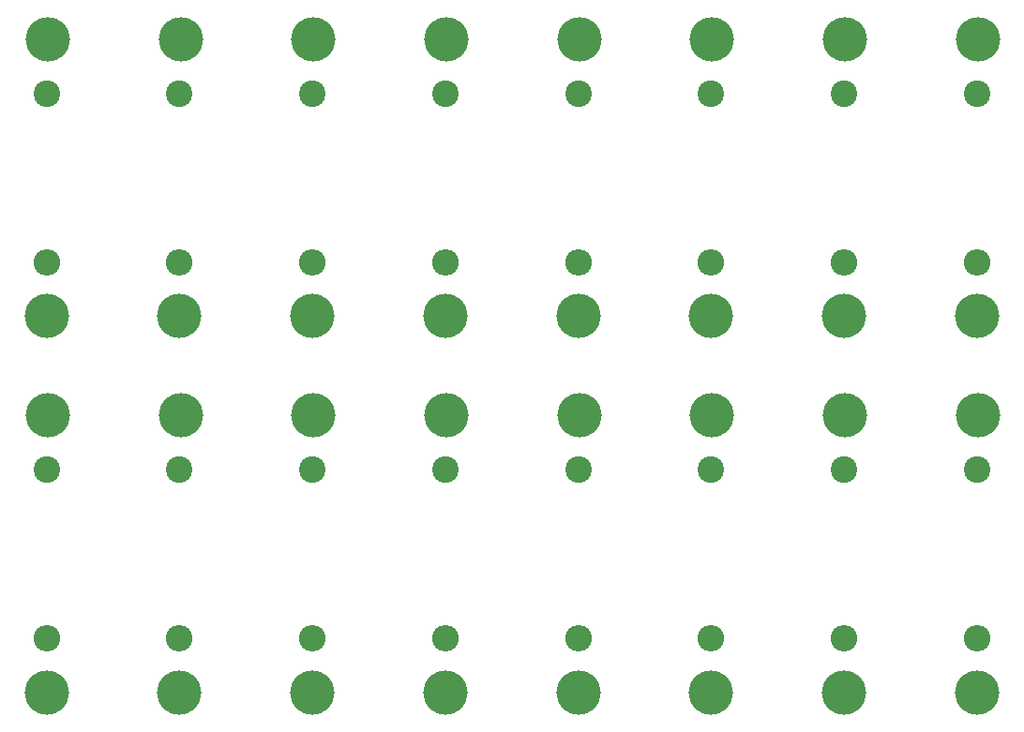
<source format=gbr>
%TF.GenerationSoftware,KiCad,Pcbnew,8.0.2*%
%TF.CreationDate,2024-06-26T14:53:40+07:00*%
%TF.ProjectId,Resistor_Panel,52657369-7374-46f7-925f-50616e656c2e,rev?*%
%TF.SameCoordinates,Original*%
%TF.FileFunction,Soldermask,Top*%
%TF.FilePolarity,Negative*%
%FSLAX46Y46*%
G04 Gerber Fmt 4.6, Leading zero omitted, Abs format (unit mm)*
G04 Created by KiCad (PCBNEW 8.0.2) date 2024-06-26 14:53:40*
%MOMM*%
%LPD*%
G01*
G04 APERTURE LIST*
%ADD10C,2.400000*%
%ADD11O,2.400000X2.400000*%
%ADD12C,4.000000*%
G04 APERTURE END LIST*
D10*
%TO.C,R1*%
X77000000Y-50460500D03*
D11*
X77000000Y-65700500D03*
%TD*%
D12*
%TO.C,J1*%
X29100000Y-45580500D03*
%TD*%
%TO.C,J1*%
X89100000Y-11580500D03*
%TD*%
D10*
%TO.C,R1*%
X41000000Y-50460500D03*
D11*
X41000000Y-65700500D03*
%TD*%
D12*
%TO.C,J2*%
X41000000Y-70580500D03*
%TD*%
D10*
%TO.C,R1*%
X65000000Y-16460500D03*
D11*
X65000000Y-31700500D03*
%TD*%
D12*
%TO.C,J1*%
X89100000Y-45580500D03*
%TD*%
%TO.C,J1*%
X53100000Y-11580500D03*
%TD*%
%TO.C,J2*%
X53000000Y-36580500D03*
%TD*%
%TO.C,J2*%
X77000000Y-70580500D03*
%TD*%
D10*
%TO.C,R1*%
X29000000Y-16460500D03*
D11*
X29000000Y-31700500D03*
%TD*%
D12*
%TO.C,J1*%
X41100000Y-11580500D03*
%TD*%
%TO.C,J2*%
X29000000Y-36580500D03*
%TD*%
%TO.C,J1*%
X53100000Y-45580500D03*
%TD*%
D10*
%TO.C,R1*%
X89000000Y-16460500D03*
D11*
X89000000Y-31700500D03*
%TD*%
D12*
%TO.C,J2*%
X65000000Y-36580500D03*
%TD*%
D10*
%TO.C,R1*%
X5000000Y-50460500D03*
D11*
X5000000Y-65700500D03*
%TD*%
D12*
%TO.C,J2*%
X77000000Y-36580500D03*
%TD*%
%TO.C,J1*%
X65100000Y-45580500D03*
%TD*%
D10*
%TO.C,R1*%
X5000000Y-16460500D03*
D11*
X5000000Y-31700500D03*
%TD*%
D12*
%TO.C,J1*%
X77100000Y-11580500D03*
%TD*%
%TO.C,J2*%
X65000000Y-70580500D03*
%TD*%
%TO.C,J1*%
X5100000Y-11580500D03*
%TD*%
D10*
%TO.C,R1*%
X29000000Y-50460500D03*
D11*
X29000000Y-65700500D03*
%TD*%
D12*
%TO.C,J1*%
X17100000Y-11580500D03*
%TD*%
%TO.C,J1*%
X29100000Y-11580500D03*
%TD*%
%TO.C,J1*%
X5100000Y-45580500D03*
%TD*%
%TO.C,J2*%
X17000000Y-70580500D03*
%TD*%
D10*
%TO.C,R1*%
X53000000Y-16460500D03*
D11*
X53000000Y-31700500D03*
%TD*%
D12*
%TO.C,J2*%
X89000000Y-36580500D03*
%TD*%
%TO.C,J2*%
X5000000Y-36580500D03*
%TD*%
%TO.C,J1*%
X65100000Y-11580500D03*
%TD*%
%TO.C,J1*%
X41100000Y-45580500D03*
%TD*%
D10*
%TO.C,R1*%
X65000000Y-50460500D03*
D11*
X65000000Y-65700500D03*
%TD*%
D12*
%TO.C,J2*%
X89000000Y-70580500D03*
%TD*%
%TO.C,J2*%
X5000000Y-70580500D03*
%TD*%
D10*
%TO.C,R1*%
X53000000Y-50460500D03*
D11*
X53000000Y-65700500D03*
%TD*%
D10*
%TO.C,R1*%
X41000000Y-16460500D03*
D11*
X41000000Y-31700500D03*
%TD*%
D10*
%TO.C,R1*%
X89000000Y-50460500D03*
D11*
X89000000Y-65700500D03*
%TD*%
D12*
%TO.C,J1*%
X17100000Y-45580500D03*
%TD*%
%TO.C,J2*%
X53000000Y-70580500D03*
%TD*%
%TO.C,J2*%
X17000000Y-36580500D03*
%TD*%
D10*
%TO.C,R1*%
X17000000Y-50460500D03*
D11*
X17000000Y-65700500D03*
%TD*%
D12*
%TO.C,J1*%
X77100000Y-45580500D03*
%TD*%
D10*
%TO.C,R1*%
X17000000Y-16460500D03*
D11*
X17000000Y-31700500D03*
%TD*%
D12*
%TO.C,J2*%
X29000000Y-70580500D03*
%TD*%
D10*
%TO.C,R1*%
X77000000Y-16460500D03*
D11*
X77000000Y-31700500D03*
%TD*%
D12*
%TO.C,J2*%
X41000000Y-36580500D03*
%TD*%
M02*

</source>
